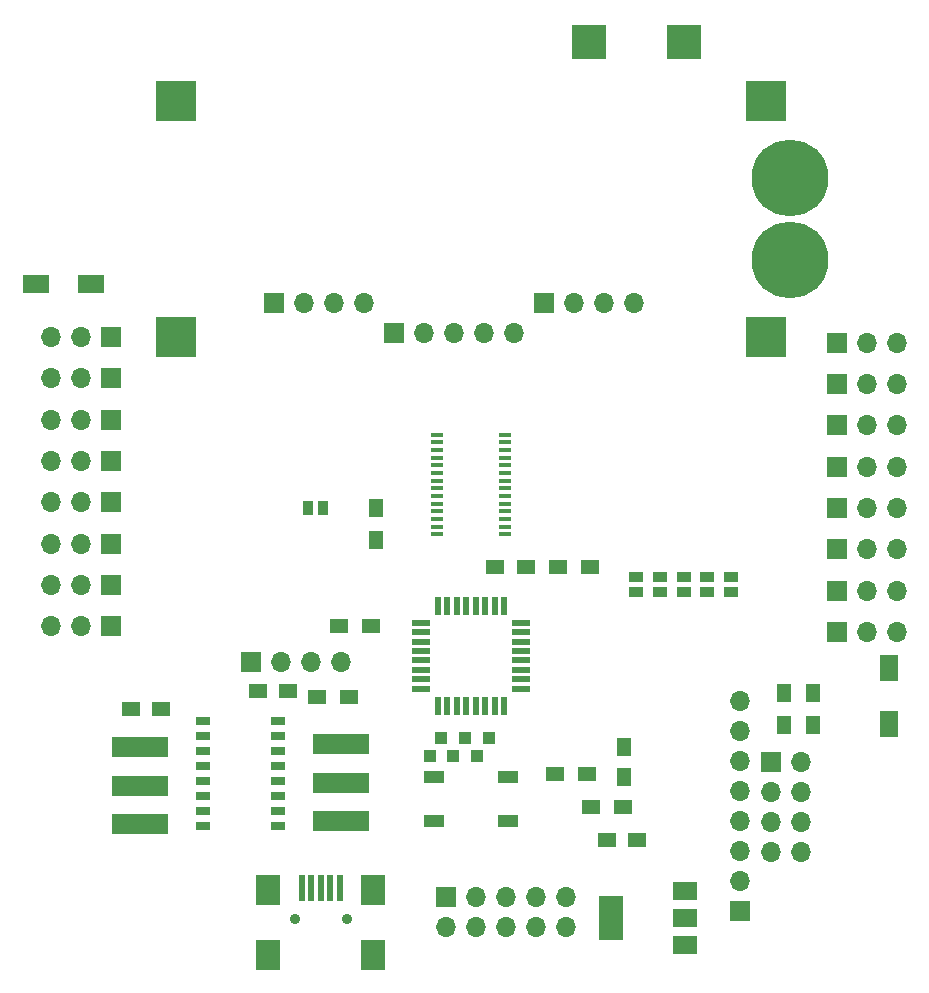
<source format=gts>
G04 #@! TF.GenerationSoftware,KiCad,Pcbnew,no-vcs-found-3ad3869~61~ubuntu16.04.1*
G04 #@! TF.CreationDate,2018-02-12T14:20:26+02:00*
G04 #@! TF.ProjectId,BrainDamage,427261696E44616D6167652E6B696361,rev?*
G04 #@! TF.SameCoordinates,Original*
G04 #@! TF.FileFunction,Soldermask,Top*
G04 #@! TF.FilePolarity,Negative*
%FSLAX46Y46*%
G04 Gerber Fmt 4.6, Leading zero omitted, Abs format (unit mm)*
G04 Created by KiCad (PCBNEW no-vcs-found-3ad3869~61~ubuntu16.04.1) date Mon Feb 12 14:20:26 2018*
%MOMM*%
%LPD*%
G01*
G04 APERTURE LIST*
%ADD10R,1.700000X1.700000*%
%ADD11O,1.700000X1.700000*%
%ADD12R,3.000000X3.000000*%
%ADD13R,0.500000X2.300000*%
%ADD14R,2.000000X2.500000*%
%ADD15C,0.900000*%
%ADD16R,1.500000X1.250000*%
%ADD17R,1.600000X0.550000*%
%ADD18R,0.550000X1.600000*%
%ADD19R,1.100000X0.400000*%
%ADD20R,1.300000X1.500000*%
%ADD21R,1.800000X1.100000*%
%ADD22R,1.500000X1.300000*%
%ADD23R,1.000000X1.000000*%
%ADD24R,0.970000X1.270000*%
%ADD25R,1.270000X0.970000*%
%ADD26R,3.500000X3.500000*%
%ADD27R,2.300000X1.600000*%
%ADD28R,1.600000X2.300000*%
%ADD29R,1.250000X1.500000*%
%ADD30R,1.300000X0.800000*%
%ADD31R,4.800000X1.750000*%
%ADD32C,6.500000*%
%ADD33R,2.000000X3.800000*%
%ADD34R,2.000000X1.500000*%
G04 APERTURE END LIST*
D10*
X193510000Y-50660000D03*
D11*
X196050000Y-50660000D03*
X198590000Y-50660000D03*
X201130000Y-50660000D03*
X203670000Y-50660000D03*
D12*
X210000000Y-26000000D03*
D13*
X185700000Y-97700000D03*
X186500000Y-97700000D03*
X187300000Y-97700000D03*
X188100000Y-97700000D03*
X188900000Y-97700000D03*
D14*
X182850000Y-97800000D03*
X182850000Y-103300000D03*
X191750000Y-97800000D03*
X191750000Y-103300000D03*
D15*
X185100000Y-100300000D03*
X189500000Y-100300000D03*
D10*
X169540000Y-75500000D03*
D11*
X167000000Y-75500000D03*
X164460000Y-75500000D03*
D16*
X184500000Y-81000000D03*
X182000000Y-81000000D03*
D17*
X195750000Y-75200000D03*
X195750000Y-76000000D03*
X195750000Y-76800000D03*
X195750000Y-77600000D03*
X195750000Y-78400000D03*
X195750000Y-79200000D03*
X195750000Y-80000000D03*
X195750000Y-80800000D03*
D18*
X197200000Y-82250000D03*
X198000000Y-82250000D03*
X198800000Y-82250000D03*
X199600000Y-82250000D03*
X200400000Y-82250000D03*
X201200000Y-82250000D03*
X202000000Y-82250000D03*
X202800000Y-82250000D03*
D17*
X204250000Y-80800000D03*
X204250000Y-80000000D03*
X204250000Y-79200000D03*
X204250000Y-78400000D03*
X204250000Y-77600000D03*
X204250000Y-76800000D03*
X204250000Y-76000000D03*
X204250000Y-75200000D03*
D18*
X202800000Y-73750000D03*
X202000000Y-73750000D03*
X201200000Y-73750000D03*
X200400000Y-73750000D03*
X199600000Y-73750000D03*
X198800000Y-73750000D03*
X198000000Y-73750000D03*
X197200000Y-73750000D03*
D10*
X181380000Y-78500000D03*
D11*
X183920000Y-78500000D03*
X186460000Y-78500000D03*
X189000000Y-78500000D03*
D19*
X197150000Y-67725000D03*
X197150000Y-67075000D03*
X197150000Y-66425000D03*
X197150000Y-65775000D03*
X197150000Y-65125000D03*
X197150000Y-64475000D03*
X197150000Y-63825000D03*
X197150000Y-63175000D03*
X197150000Y-62525000D03*
X197150000Y-61875000D03*
X197150000Y-61225000D03*
X197150000Y-60575000D03*
X197150000Y-59925000D03*
X197150000Y-59275000D03*
X202850000Y-59275000D03*
X202850000Y-59925000D03*
X202850000Y-60575000D03*
X202850000Y-61225000D03*
X202850000Y-61875000D03*
X202850000Y-62525000D03*
X202850000Y-63175000D03*
X202850000Y-63825000D03*
X202850000Y-64475000D03*
X202850000Y-65125000D03*
X202850000Y-65775000D03*
X202850000Y-66425000D03*
X202850000Y-67075000D03*
X202850000Y-67725000D03*
D10*
X197920000Y-98460000D03*
D11*
X197920000Y-101000000D03*
X200460000Y-98460000D03*
X200460000Y-101000000D03*
X203000000Y-98460000D03*
X203000000Y-101000000D03*
X205540000Y-98460000D03*
X205540000Y-101000000D03*
X208080000Y-98460000D03*
X208080000Y-101000000D03*
D10*
X230960000Y-62000000D03*
D11*
X233500000Y-62000000D03*
X236040000Y-62000000D03*
D10*
X230960000Y-69000000D03*
D11*
X233500000Y-69000000D03*
X236040000Y-69000000D03*
D10*
X230960000Y-65500000D03*
D11*
X233500000Y-65500000D03*
X236040000Y-65500000D03*
D10*
X230960000Y-72500000D03*
D11*
X233500000Y-72500000D03*
X236040000Y-72500000D03*
D10*
X230960000Y-58500000D03*
D11*
X233500000Y-58500000D03*
X236040000Y-58500000D03*
D10*
X230960000Y-76000000D03*
D11*
X233500000Y-76000000D03*
X236040000Y-76000000D03*
D10*
X230960000Y-55000000D03*
D11*
X233500000Y-55000000D03*
X236040000Y-55000000D03*
D10*
X230960000Y-51500000D03*
D11*
X233500000Y-51500000D03*
X236040000Y-51500000D03*
D20*
X192000000Y-68200000D03*
X192000000Y-65500000D03*
D21*
X196900000Y-88300000D03*
X203100000Y-88300000D03*
X196900000Y-92000000D03*
X203100000Y-92000000D03*
D20*
X226500000Y-81150000D03*
X226500000Y-83850000D03*
X229000000Y-83850000D03*
X229000000Y-81150000D03*
D22*
X212850000Y-90800000D03*
X210150000Y-90800000D03*
X209800000Y-88000000D03*
X207100000Y-88000000D03*
D23*
X200500000Y-86500000D03*
X199500000Y-85000000D03*
X198500000Y-86500000D03*
X197500000Y-85000000D03*
X201500000Y-85000000D03*
X196500000Y-86500000D03*
D24*
X186220000Y-65500000D03*
X187500000Y-65500000D03*
D22*
X204700000Y-70500000D03*
X202000000Y-70500000D03*
X207400000Y-70500000D03*
X210100000Y-70500000D03*
D25*
X214000000Y-72640000D03*
X214000000Y-71360000D03*
X216000000Y-72640000D03*
X216000000Y-71360000D03*
X218000000Y-72640000D03*
X218000000Y-71360000D03*
X220000000Y-72640000D03*
X220000000Y-71360000D03*
X222000000Y-72640000D03*
X222000000Y-71360000D03*
D10*
X169540000Y-72000000D03*
D11*
X167000000Y-72000000D03*
X164460000Y-72000000D03*
D10*
X169540000Y-68500000D03*
D11*
X167000000Y-68500000D03*
X164460000Y-68500000D03*
D10*
X169540000Y-65000000D03*
D11*
X167000000Y-65000000D03*
X164460000Y-65000000D03*
D10*
X169540000Y-61500000D03*
D11*
X167000000Y-61500000D03*
X164460000Y-61500000D03*
D10*
X169540000Y-58000000D03*
D11*
X167000000Y-58000000D03*
X164460000Y-58000000D03*
D10*
X169540000Y-54500000D03*
D11*
X167000000Y-54500000D03*
X164460000Y-54500000D03*
D10*
X169540000Y-51000000D03*
D11*
X167000000Y-51000000D03*
X164460000Y-51000000D03*
D22*
X188800000Y-75500000D03*
X191500000Y-75500000D03*
X189700000Y-81500000D03*
X187000000Y-81500000D03*
D26*
X225000000Y-31000000D03*
X225000000Y-51000000D03*
X175000000Y-51000000D03*
X175000000Y-31000000D03*
D27*
X163150000Y-46500000D03*
X167850000Y-46500000D03*
D28*
X235400000Y-79050000D03*
X235400000Y-83750000D03*
D16*
X173750000Y-82500000D03*
X171250000Y-82500000D03*
D29*
X213000000Y-85750000D03*
X213000000Y-88250000D03*
D30*
X177350000Y-83550000D03*
X177350000Y-84830000D03*
X177350000Y-86090000D03*
X177350000Y-87360000D03*
X177350000Y-88640000D03*
X177350000Y-89910000D03*
X177350000Y-91170000D03*
X177350000Y-92450000D03*
X183650000Y-92450000D03*
X183650000Y-91170000D03*
X183650000Y-89910000D03*
X183650000Y-88640000D03*
X183650000Y-87360000D03*
X183650000Y-86090000D03*
X183650000Y-84830000D03*
X183650000Y-83550000D03*
D31*
X172000000Y-85750000D03*
X172000000Y-89000000D03*
X172000000Y-92250000D03*
X189000000Y-92000000D03*
X189000000Y-88750000D03*
X189000000Y-85500000D03*
D32*
X227000000Y-37525000D03*
X227000000Y-44475000D03*
D12*
X218000000Y-26000000D03*
D33*
X211850000Y-100200000D03*
D34*
X218150000Y-100200000D03*
X218150000Y-97900000D03*
X218150000Y-102500000D03*
D16*
X211550000Y-93600000D03*
X214050000Y-93600000D03*
D10*
X183350000Y-48120000D03*
D11*
X185890000Y-48120000D03*
X188430000Y-48120000D03*
X190970000Y-48120000D03*
D10*
X206210000Y-48120000D03*
D11*
X208750000Y-48120000D03*
X211290000Y-48120000D03*
X213830000Y-48120000D03*
D10*
X222740000Y-99620000D03*
D11*
X222740000Y-97080000D03*
X222740000Y-94540000D03*
X222740000Y-92000000D03*
X222740000Y-89460000D03*
X222740000Y-86920000D03*
X222740000Y-84380000D03*
X222740000Y-81840000D03*
D10*
X225400000Y-87000000D03*
D11*
X227940000Y-87000000D03*
X225400000Y-89540000D03*
X227940000Y-89540000D03*
X225400000Y-92080000D03*
X227940000Y-92080000D03*
X225400000Y-94620000D03*
X227940000Y-94620000D03*
M02*

</source>
